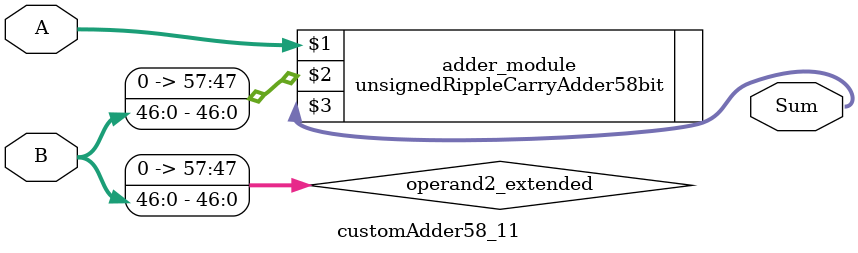
<source format=v>
module customAdder58_11(
                        input [57 : 0] A,
                        input [46 : 0] B,
                        
                        output [58 : 0] Sum
                );

        wire [57 : 0] operand2_extended;
        
        assign operand2_extended =  {11'b0, B};
        
        unsignedRippleCarryAdder58bit adder_module(
            A,
            operand2_extended,
            Sum
        );
        
        endmodule
        
</source>
